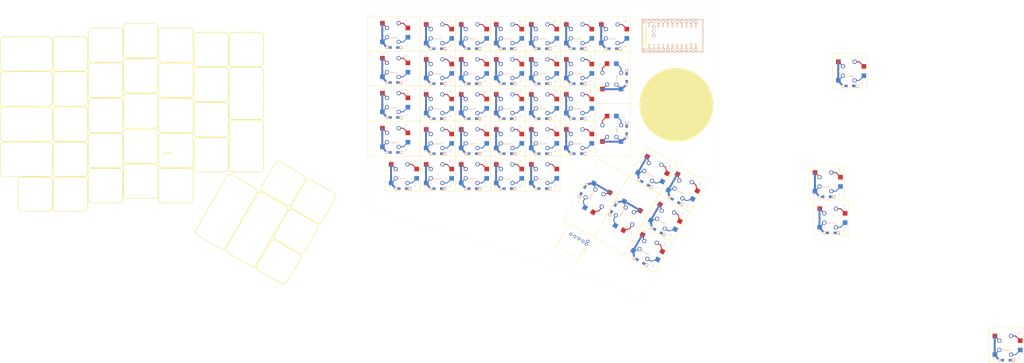
<source format=kicad_pcb>
(kicad_pcb (version 20211014) (generator pcbnew)
  (layers (0 "F.Cu" signal) (31 "B.Cu" signal) (34 "B.Paste" user) (35 "F.Paste" user) (36 "B.SilkS" user "B.Silkscreen") (37 "F.SilkS" user "F.Silkscreen") (38 "B.Mask" user) (39 "F.Mask" user) (44 "Edge.Cuts" user))
  (net 0 "")
  (net 1 "row0")
  (net 2 "row1")
  (net 3 "row2")
  (net 4 "row3")
  (net 5 "row4")
  (net 6 "row5")
  (net 8 "col0")
  (net 9 "col4")
  (net 10 "col1")
  (net 11 "col2")
  (net 12 "col3")
  (net 13 "col5")
  (net 14 "col6")
  (net 17 "+BATT")
  (net 18 "GND")
  (net 19 "RST")
  (net 20 "+3V3")
  (net 21 "ENC_B")
  (net 22 "ENC_A")
  (net 23 "TB_INT")
  (net 24 "SCL")
  (net 25 "SDA")
  (footprint "components:kailh_socket_1-5U" (layer "F.Cu") (at 31.4325 45.72)
    (fp_text reference "K0")
    (fp_text value "SWITCH_DIODE_1-5U")
  )
  (footprint "components:kailh_socket_1-5U" (layer "F.Cu") (at 31.4325 64.77)
    (fp_text reference "K1")
    (fp_text value "SWITCH_DIODE_1-5U")
  )
  (footprint "components:kailh_socket_1-5U" (layer "F.Cu") (at 31.4325 83.82)
    (fp_text reference "K2")
    (fp_text value "SWITCH_DIODE_1-5U")
  )
  (footprint "components:kailh_socket_1-5U" (layer "F.Cu") (at 31.4325 102.87)
    (fp_text reference "K3")
    (fp_text value "SWITCH_DIODE_1-5U")
  )
  (footprint "components:kailh_socket_1U" (layer "F.Cu") (at 36.195 122.555)
    (fp_text reference "K4")
    (fp_text value "SWITCH_DIODE")
  )
  (footprint "components:kailh_socket_2U" (layer "F.Cu") (at 141.282779 135.749557 -120)
    (fp_text reference "K5")
    (fp_text value "SWITCH_DIODE_2U")
  )
  (footprint "components:kailh_socket_1U" (layer "F.Cu") (at 188.587505 130.333767 -30)
    (fp_text reference "K45")
    (fp_text value "SWITCH_DIODE")
  )
  (footprint "components:kailh_socket_1U" (layer "F.Cu") (at 55.245 46.355)
    (fp_text reference "K10")
    (fp_text value "SWITCH_DIODE")
  )
  (footprint "components:kailh_socket_1U" (layer "F.Cu") (at 55.245 65.405)
    (fp_text reference "K11")
    (fp_text value "SWITCH_DIODE")
  )
  (footprint "components:kailh_socket_1U" (layer "F.Cu") (at 55.245 84.455)
    (fp_text reference "K12")
    (fp_text value "SWITCH_DIODE")
  )
  (footprint "components:kailh_socket_1U" (layer "F.Cu") (at 55.245 103.505)
    (fp_text reference "K13")
    (fp_text value "SWITCH_DIODE")
  )
  (footprint "components:kailh_socket_1U" (layer "F.Cu") (at 55.245 122.555)
    (fp_text reference "K14")
    (fp_text value "SWITCH_DIODE")
  )
  (footprint "components:kailh_socket_2U" (layer "F.Cu") (at 157.802221 145.555443 -120)
    (fp_text reference "K15")
    (fp_text value "SWITCH_DIODE_2U")
  )
  (footprint "components:kailh_socket_1U" (layer "F.Cu") (at 74.295 46.355)
    (fp_text reference "K20")
    (fp_text value "SWITCH_DIODE")
  )
  (footprint "components:kailh_socket_1U" (layer "F.Cu") (at 74.295 65.405)
    (fp_text reference "K21")
    (fp_text value "SWITCH_DIODE")
  )
  (footprint "components:kailh_socket_1U" (layer "F.Cu") (at 74.295 84.455)
    (fp_text reference "K22")
    (fp_text value "SWITCH_DIODE")
  )
  (footprint "components:kailh_socket_1U" (layer "F.Cu") (at 74.295 103.505)
    (fp_text reference "K23")
    (fp_text value "SWITCH_DIODE")
  )
  (footprint "components:kailh_socket_1U" (layer "F.Cu") (at 74.295 122.555)
    (fp_text reference "K24")
    (fp_text value "SWITCH_DIODE")
  )
  (footprint "components:kailh_socket_1U" (layer "F.Cu") (at 169.537505 163.329335 -30)
    (fp_text reference "K25")
    (fp_text value "SWITCH_DIODE")
  )
  (footprint "components:kailh_socket_1U" (layer "F.Cu") (at 93.345 46.355)
    (fp_text reference "K30")
    (fp_text value "SWITCH_DIODE")
  )
  (footprint "components:kailh_socket_1U" (layer "F.Cu") (at 93.345 65.405)
    (fp_text reference "K31")
    (fp_text value "SWITCH_DIODE")
  )
  (footprint "components:kailh_socket_1U" (layer "F.Cu") (at 93.345 84.455)
    (fp_text reference "K32")
    (fp_text value "SWITCH_DIODE")
  )
  (footprint "components:kailh_socket_1U" (layer "F.Cu") (at 93.345 103.505)
    (fp_text reference "K33")
    (fp_text value "SWITCH_DIODE")
  )
  (footprint "components:kailh_socket_1U" (layer "F.Cu") (at 93.345 122.555)
    (fp_text reference "K34")
    (fp_text value "SWITCH_DIODE")
  )
  (footprint "components:kailh_socket_1U" (layer "F.Cu") (at 179.062505 146.831551 -30)
    (fp_text reference "K35")
    (fp_text value "SWITCH_DIODE")
  )
  (footprint "components:kailh_socket_1U" (layer "F.Cu") (at 112.395 46.355)
    (fp_text reference "K40")
    (fp_text value "SWITCH_DIODE")
  )
  (footprint "components:kailh_socket_1U" (layer "F.Cu") (at 112.395 65.405)
    (fp_text reference "K41")
    (fp_text value "SWITCH_DIODE")
  )
  (footprint "components:kailh_socket_1U" (layer "F.Cu") (at 112.395 84.455)
    (fp_text reference "K42")
    (fp_text value "SWITCH_DIODE")
  )
  (footprint "components:kailh_socket_1U" (layer "F.Cu") (at 112.395 103.505)
    (fp_text reference "K43")
    (fp_text value "SWITCH_DIODE")
  )
  (footprint "components:kailh_socket_1U" (layer "F.Cu") (at 112.395 122.555)
    (fp_text reference "K44")
    (fp_text value "SWITCH_DIODE")
  )
  (footprint "components:kailh_socket_1U" (layer "F.Cu") (at 131.445 46.355)
    (fp_text reference "K50")
    (fp_text value "SWITCH_DIODE")
  )
  (footprint "components:kailh_socket_1U" (layer "F.Cu") (at 131.445 65.405)
    (fp_text reference "K51")
    (fp_text value "SWITCH_DIODE")
  )
  (footprint "components:kailh_socket_1U" (layer "F.Cu") (at 131.445 84.455)
    (fp_text reference "K52")
    (fp_text value "SWITCH_DIODE")
  )
  (footprint "components:kailh_socket_1U" (layer "F.Cu") (at 131.445 103.505)
    (fp_text reference "K53")
    (fp_text value "SWITCH_DIODE")
  )
  (footprint "components:kailh_socket_1U" (layer "F.Cu") (at 269.24 146.685)
    (fp_text reference "K54")
    (fp_text value "SWITCH_DIODE")
  )
  (footprint "components:kailh_socket_1U" (layer "F.Cu") (at 172.089721 120.808767 -30)
    (fp_text reference "K55")
    (fp_text value "SWITCH_DIODE")
  )
  (footprint "components:kailh_socket_1U" (layer "F.Cu") (at 150.495 46.355)
    (fp_text reference "K60")
    (fp_text value "SWITCH_DIODE")
  )
  (footprint "components:kailh_socket_1-5U" (layer "F.Cu") (at 149.86 70.184187 90)
    (fp_text reference "K61")
    (fp_text value "SWITCH_DIODE_1-5U")
  )
  (footprint "components:kailh_socket_1-5U" (layer "F.Cu") (at 149.86 98.745187 90)
    (fp_text reference "K62")
    (fp_text value "SWITCH_DIODE_1-5U")
  )
  (footprint "components:kailh_socket_1U" (layer "F.Cu") (at 364.49 216.02)
    (fp_text reference "K63")
    (fp_text value "SWITCH_DIODE")
  )
  (footprint "components:kailh_socket_1U" (layer "F.Cu") (at 266.7 127)
    (fp_text reference "K64")
    (fp_text value "SWITCH_DIODE")
  )
  (footprint "components:kailh_socket_1U" (layer "F.Cu") (at 279.4 66.675)
    (fp_text reference "K65")
    (fp_text value "SWITCH_DIODE")
  )
  (footprint "nice-nano-kicad-master:nice_nano" (layer "F.Cu") (at 181.65 47.38 180)
    (fp_text reference "U1" hide)
    (fp_text value "nice_nano" hide)
  )
  (footprint "LOGO" (layer "F.Cu") (at -91.44 111.76)
    (fp_text reference "G***")
    (fp_text value "LOGO" hide)
  )
  (footprint "components:evqwdg001" (layer "F.Cu") (at 128.087648 162.236393 -120)
    (fp_text reference "SW1")
    (fp_text value "Rotary_Encoder_Switch")
    (fp_line (start 9.5 -6.6) (end 7.7 -6.6) (layer "Edge.Cuts") (width 0.05))
    (fp_line (start 9.8 7.3) (end 9.8 -6.3) (layer "Edge.Cuts") (width 0.05))
    (fp_line (start 7.7 7.6) (end 9.5 7.6) (layer "Edge.Cuts") (width 0.05))
    (fp_line (start 7.4 -6.3) (end 7.4 7.3) (layer "Edge.Cuts") (width 0.05))
    (fp_arc (start 9.8 7.3) (mid 9.712132 7.512132) (end 9.5 7.6) (layer "Edge.Cuts") (width 0.05))
    (fp_arc (start 7.7 7.6) (mid 7.487868 7.512132) (end 7.4 7.3) (layer "Edge.Cuts") (width 0.05))
    (fp_arc (start 9.5 -6.6) (mid 9.712132 -6.512132) (end 9.8 -6.3) (layer "Edge.Cuts") (width 0.05))
    (fp_arc (start 7.4 -6.3) (mid 7.487868 -6.512132) (end 7.7 -6.6) (layer "Edge.Cuts") (width 0.05))
  )
  (gr_circle (center 185 85) (end 205 85) (layer "F.SilkS") (width 0.1) (fill solid))
  (gr_poly (pts (xy 207.645 28) (xy 207.645 119) (xy 165 193) (xy 146 182) (xy 102 168) (xy 17.145 141.304187) (xy 17.145 28)) (layer "Edge.Cuts") (width 0.05) (fill none))
  (target plus (at 20.32 35.906403) (size 5) (width 0.05) (layer "Edge.Cuts"))
)
</source>
